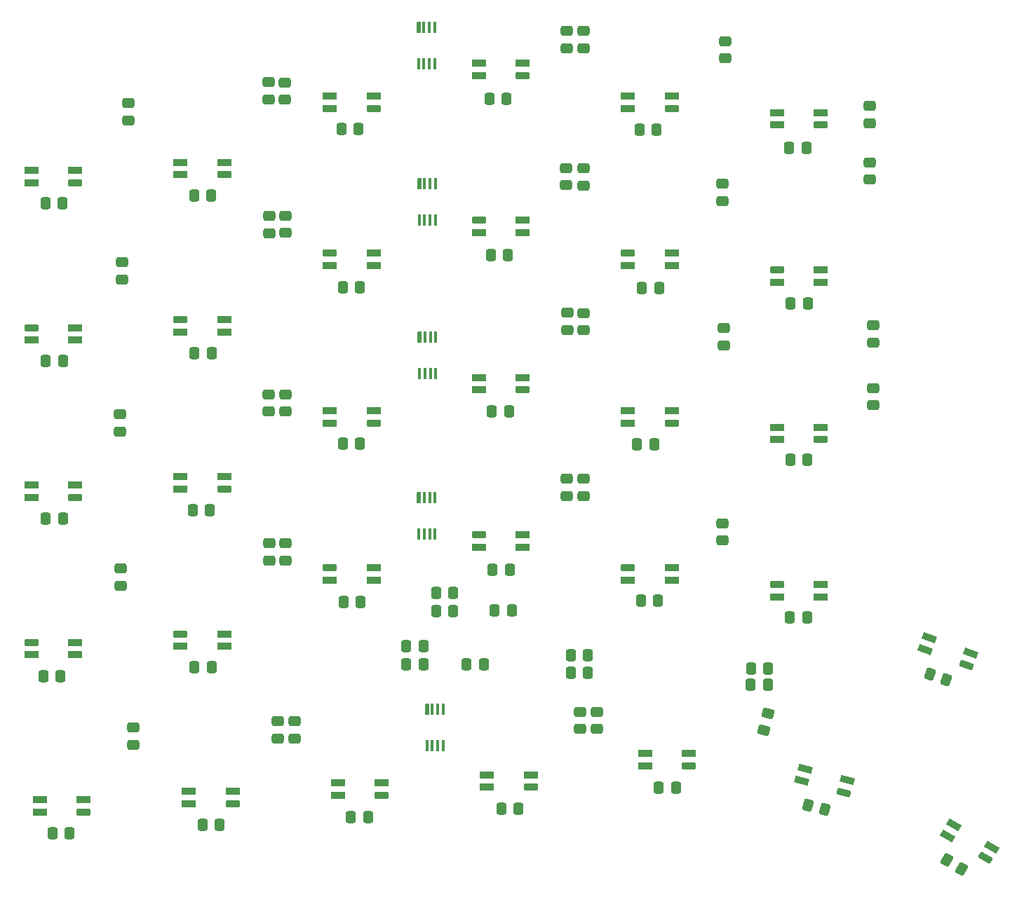
<source format=gbr>
%TF.GenerationSoftware,KiCad,Pcbnew,(6.0.0)*%
%TF.CreationDate,2022-02-08T17:16:42+09:00*%
%TF.ProjectId,brimstone2,6272696d-7374-46f6-9e65-322e6b696361,rev?*%
%TF.SameCoordinates,Original*%
%TF.FileFunction,Paste,Bot*%
%TF.FilePolarity,Positive*%
%FSLAX46Y46*%
G04 Gerber Fmt 4.6, Leading zero omitted, Abs format (unit mm)*
G04 Created by KiCad (PCBNEW (6.0.0)) date 2022-02-08 17:16:42*
%MOMM*%
%LPD*%
G01*
G04 APERTURE LIST*
G04 Aperture macros list*
%AMRoundRect*
0 Rectangle with rounded corners*
0 $1 Rounding radius*
0 $2 $3 $4 $5 $6 $7 $8 $9 X,Y pos of 4 corners*
0 Add a 4 corners polygon primitive as box body*
4,1,4,$2,$3,$4,$5,$6,$7,$8,$9,$2,$3,0*
0 Add four circle primitives for the rounded corners*
1,1,$1+$1,$2,$3*
1,1,$1+$1,$4,$5*
1,1,$1+$1,$6,$7*
1,1,$1+$1,$8,$9*
0 Add four rect primitives between the rounded corners*
20,1,$1+$1,$2,$3,$4,$5,0*
20,1,$1+$1,$4,$5,$6,$7,0*
20,1,$1+$1,$6,$7,$8,$9,0*
20,1,$1+$1,$8,$9,$2,$3,0*%
%AMRotRect*
0 Rectangle, with rotation*
0 The origin of the aperture is its center*
0 $1 length*
0 $2 width*
0 $3 Rotation angle, in degrees counterclockwise*
0 Add horizontal line*
21,1,$1,$2,0,0,$3*%
%AMOutline5P*
0 Free polygon, 5 corners , with rotation*
0 The origin of the aperture is its center*
0 number of corners: always 5*
0 $1 to $10 corner X, Y*
0 $11 Rotation angle, in degrees counterclockwise*
0 create outline with 5 corners*
4,1,5,$1,$2,$3,$4,$5,$6,$7,$8,$9,$10,$1,$2,$11*%
%AMOutline6P*
0 Free polygon, 6 corners , with rotation*
0 The origin of the aperture is its center*
0 number of corners: always 6*
0 $1 to $12 corner X, Y*
0 $13 Rotation angle, in degrees counterclockwise*
0 create outline with 6 corners*
4,1,6,$1,$2,$3,$4,$5,$6,$7,$8,$9,$10,$11,$12,$1,$2,$13*%
%AMOutline7P*
0 Free polygon, 7 corners , with rotation*
0 The origin of the aperture is its center*
0 number of corners: always 7*
0 $1 to $14 corner X, Y*
0 $15 Rotation angle, in degrees counterclockwise*
0 create outline with 7 corners*
4,1,7,$1,$2,$3,$4,$5,$6,$7,$8,$9,$10,$11,$12,$13,$14,$1,$2,$15*%
%AMOutline8P*
0 Free polygon, 8 corners , with rotation*
0 The origin of the aperture is its center*
0 number of corners: always 8*
0 $1 to $16 corner X, Y*
0 $17 Rotation angle, in degrees counterclockwise*
0 create outline with 8 corners*
4,1,8,$1,$2,$3,$4,$5,$6,$7,$8,$9,$10,$11,$12,$13,$14,$15,$16,$1,$2,$17*%
G04 Aperture macros list end*
%ADD10RoundRect,0.250000X0.475000X-0.337500X0.475000X0.337500X-0.475000X0.337500X-0.475000X-0.337500X0*%
%ADD11RoundRect,0.250000X0.337500X0.475000X-0.337500X0.475000X-0.337500X-0.475000X0.337500X-0.475000X0*%
%ADD12RoundRect,0.250000X-0.479606X-0.330922X0.154687X-0.561786X0.479606X0.330922X-0.154687X0.561786X0*%
%ADD13R,1.700000X0.820000*%
%ADD14RoundRect,0.205000X-0.645000X-0.205000X0.645000X-0.205000X0.645000X0.205000X-0.645000X0.205000X0*%
%ADD15RoundRect,0.250000X-0.337500X-0.475000X0.337500X-0.475000X0.337500X0.475000X-0.337500X0.475000X0*%
%ADD16RoundRect,0.205000X0.645000X0.205000X-0.645000X0.205000X-0.645000X-0.205000X0.645000X-0.205000X0*%
%ADD17RotRect,1.700000X0.820000X340.000000*%
%ADD18RoundRect,0.205000X-0.676216X0.027966X0.535988X-0.413240X0.676216X-0.027966X-0.535988X0.413240X0*%
%ADD19Outline5P,-0.225000X0.610000X-0.135000X0.700000X0.225000X0.700000X0.225000X-0.700000X-0.225000X-0.700000X0.000000*%
%ADD20R,0.450000X1.400000*%
%ADD21RoundRect,0.250000X0.371463X-0.448939X0.546166X0.203061X-0.371463X0.448939X-0.546166X-0.203061X0*%
%ADD22RoundRect,0.250000X-0.448939X-0.371463X0.203061X-0.546166X0.448939X0.371463X-0.203061X0.546166X0*%
%ADD23RoundRect,0.250000X-0.529784X-0.242612X0.054784X-0.580112X0.529784X0.242612X-0.054784X0.580112X0*%
%ADD24RotRect,1.700000X0.820000X345.000000*%
%ADD25RoundRect,0.205000X-0.676080X-0.031077X0.569964X-0.364953X0.676080X0.031077X-0.569964X0.364953X0*%
%ADD26RoundRect,0.250000X-0.475000X0.337500X-0.475000X-0.337500X0.475000X-0.337500X0.475000X0.337500X0*%
%ADD27RotRect,1.700000X0.820000X330.000000*%
%ADD28RoundRect,0.205000X-0.661086X0.144965X0.456086X-0.500035X0.661086X-0.144965X-0.456086X0.500035X0*%
G04 APERTURE END LIST*
D10*
%TO.C,D12*%
X72600000Y-79982500D03*
X72600000Y-77907500D03*
%TD*%
D11*
%TO.C,C114*%
X81647500Y-124535000D03*
X79572500Y-124535000D03*
%TD*%
%TO.C,C127*%
X135647500Y-88485000D03*
X133572500Y-88485000D03*
%TD*%
D12*
%TO.C,C132*%
X150355069Y-133270154D03*
X152304931Y-133979846D03*
%TD*%
D10*
%TO.C,D23*%
X108540000Y-91732500D03*
X108540000Y-89657500D03*
%TD*%
D13*
%TO.C,D123*%
X113905600Y-101435600D03*
X113905600Y-102935600D03*
D14*
X119205600Y-102935600D03*
D13*
X119205600Y-101435600D03*
%TD*%
D15*
%TO.C,C121*%
X115302500Y-67455000D03*
X117377500Y-67455000D03*
%TD*%
D11*
%TO.C,C107*%
X63677500Y-94465000D03*
X61602500Y-94465000D03*
%TD*%
D13*
%TO.C,D109*%
X65205600Y-129935600D03*
X65205600Y-128435600D03*
D16*
X59905600Y-128435600D03*
D13*
X59905600Y-129935600D03*
%TD*%
%TO.C,D108*%
X59905600Y-109435600D03*
X59905600Y-110935600D03*
D14*
X65205600Y-110935600D03*
D13*
X65205600Y-109435600D03*
%TD*%
D10*
%TO.C,D29*%
X125340000Y-117132500D03*
X125340000Y-115057500D03*
%TD*%
D11*
%TO.C,D33*%
X89227500Y-132115000D03*
X87152500Y-132115000D03*
%TD*%
D17*
%TO.C,D44*%
X150274048Y-128919298D03*
X149761017Y-130328837D03*
D18*
X154741388Y-132141544D03*
D17*
X155254419Y-130732005D03*
%TD*%
D10*
%TO.C,D10*%
X71650000Y-141052500D03*
X71650000Y-138977500D03*
%TD*%
%TO.C,D1*%
X53580000Y-66352500D03*
X53580000Y-64277500D03*
%TD*%
D19*
%TO.C,IC2*%
X88715000Y-74015000D03*
D20*
X89365000Y-74015000D03*
X90015000Y-74015000D03*
X90665000Y-74015000D03*
X90665000Y-78415000D03*
X90015000Y-78415000D03*
X89365000Y-78415000D03*
X88715000Y-78415000D03*
%TD*%
D13*
%TO.C,D112*%
X83205600Y-83935600D03*
X83205600Y-82435600D03*
D16*
X77905600Y-82435600D03*
D13*
X77905600Y-83935600D03*
%TD*%
%TO.C,D117*%
X101205600Y-79935600D03*
X101205600Y-78435600D03*
D16*
X95905600Y-78435600D03*
D13*
X95905600Y-79935600D03*
%TD*%
%TO.C,D116*%
X95905600Y-59435600D03*
X95905600Y-60935600D03*
D14*
X101205600Y-60935600D03*
D13*
X101205600Y-59435600D03*
%TD*%
%TO.C,D125*%
X115990684Y-142883625D03*
X115990684Y-144383625D03*
D14*
X121290684Y-144383625D03*
D13*
X121290684Y-142883625D03*
%TD*%
D10*
%TO.C,D18*%
X106570000Y-91672500D03*
X106570000Y-89597500D03*
%TD*%
%TO.C,D11*%
X72510000Y-63862500D03*
X72510000Y-61787500D03*
%TD*%
D11*
%TO.C,D35*%
X89227500Y-129905000D03*
X87152500Y-129905000D03*
%TD*%
D15*
%TO.C,C113*%
X79495000Y-105445000D03*
X81570000Y-105445000D03*
%TD*%
%TO.C,C106*%
X61552500Y-75485000D03*
X63627500Y-75485000D03*
%TD*%
D10*
%TO.C,D16*%
X106540000Y-57642500D03*
X106540000Y-55567500D03*
%TD*%
D15*
%TO.C,C123*%
X115005000Y-105545000D03*
X117080000Y-105545000D03*
%TD*%
D10*
%TO.C,D14*%
X72560000Y-119522500D03*
X72560000Y-117447500D03*
%TD*%
D13*
%TO.C,D102*%
X47205600Y-92935600D03*
X47205600Y-91435600D03*
D16*
X41905600Y-91435600D03*
D13*
X41905600Y-92935600D03*
%TD*%
D10*
%TO.C,D3*%
X52610000Y-103952500D03*
X52610000Y-101877500D03*
%TD*%
D13*
%TO.C,D126*%
X131905600Y-65435600D03*
X131905600Y-66935600D03*
D14*
X137205600Y-66935600D03*
D13*
X137205600Y-65435600D03*
%TD*%
D11*
%TO.C,D40*%
X130827500Y-132595000D03*
X128752500Y-132595000D03*
%TD*%
D10*
%TO.C,D24*%
X108550000Y-111762500D03*
X108550000Y-109687500D03*
%TD*%
D13*
%TO.C,D118*%
X95905600Y-97435600D03*
X95905600Y-98935600D03*
D14*
X101205600Y-98935600D03*
D13*
X101205600Y-97435600D03*
%TD*%
D10*
%TO.C,R1*%
X143140000Y-66695000D03*
X143140000Y-64620000D03*
%TD*%
D15*
%TO.C,C108*%
X61365000Y-113485000D03*
X63440000Y-113485000D03*
%TD*%
D21*
%TO.C,D30*%
X130300000Y-140025000D03*
X130837050Y-138020704D03*
%TD*%
D13*
%TO.C,D129*%
X137205600Y-123935600D03*
X137205600Y-122435600D03*
D16*
X131905600Y-122435600D03*
D13*
X131905600Y-123935600D03*
%TD*%
D10*
%TO.C,D2*%
X52860000Y-85582500D03*
X52860000Y-83507500D03*
%TD*%
%TO.C,D15*%
X73640000Y-141052500D03*
X73640000Y-138977500D03*
%TD*%
%TO.C,D17*%
X106460000Y-74212500D03*
X106460000Y-72137500D03*
%TD*%
D11*
%TO.C,C119*%
X99657500Y-120655000D03*
X97582500Y-120655000D03*
%TD*%
D10*
%TO.C,D7*%
X70630000Y-79992500D03*
X70630000Y-77917500D03*
%TD*%
D11*
%TO.C,C104*%
X45407500Y-133555000D03*
X43332500Y-133555000D03*
%TD*%
%TO.C,D32*%
X109067500Y-133105000D03*
X106992500Y-133105000D03*
%TD*%
D13*
%TO.C,D110*%
X60905600Y-147435600D03*
X60905600Y-148935600D03*
D14*
X66205600Y-148935600D03*
D13*
X66205600Y-147435600D03*
%TD*%
D10*
%TO.C,D13*%
X72540000Y-101552500D03*
X72540000Y-99477500D03*
%TD*%
D13*
%TO.C,D114*%
X83205600Y-121935600D03*
X83205600Y-120435600D03*
D16*
X77905600Y-120435600D03*
D13*
X77905600Y-121935600D03*
%TD*%
D15*
%TO.C,C125*%
X117632500Y-146965000D03*
X119707500Y-146965000D03*
%TD*%
D13*
%TO.C,D113*%
X77905600Y-101435600D03*
X77905600Y-102935600D03*
D14*
X83205600Y-102935600D03*
D13*
X83205600Y-101435600D03*
%TD*%
%TO.C,D119*%
X101205600Y-117935600D03*
X101205600Y-116435600D03*
D16*
X95905600Y-116435600D03*
D13*
X95905600Y-117935600D03*
%TD*%
%TO.C,D128*%
X131905600Y-103435600D03*
X131905600Y-104935600D03*
D14*
X137205600Y-104935600D03*
D13*
X137205600Y-103435600D03*
%TD*%
D22*
%TO.C,C130*%
X135687852Y-149096475D03*
X137692148Y-149633525D03*
%TD*%
D13*
%TO.C,D115*%
X78905600Y-146435600D03*
X78905600Y-147935600D03*
D14*
X84205600Y-147935600D03*
D13*
X84205600Y-146435600D03*
%TD*%
D15*
%TO.C,C120*%
X98622500Y-149575000D03*
X100697500Y-149575000D03*
%TD*%
D10*
%TO.C,D6*%
X70540000Y-63852500D03*
X70540000Y-61777500D03*
%TD*%
D13*
%TO.C,D104*%
X47205600Y-130935600D03*
X47205600Y-129435600D03*
D16*
X41905600Y-129435600D03*
D13*
X41905600Y-130935600D03*
%TD*%
D19*
%TO.C,IC5*%
X89657391Y-137553820D03*
D20*
X90307391Y-137553820D03*
X90957391Y-137553820D03*
X91607391Y-137553820D03*
X91607391Y-141953820D03*
X90957391Y-141953820D03*
X90307391Y-141953820D03*
X89657391Y-141953820D03*
%TD*%
D15*
%TO.C,C111*%
X79342500Y-67445000D03*
X81417500Y-67445000D03*
%TD*%
D10*
%TO.C,D26*%
X125650000Y-58872500D03*
X125650000Y-56797500D03*
%TD*%
D13*
%TO.C,D120*%
X96905600Y-145435600D03*
X96905600Y-146935600D03*
D14*
X102205600Y-146935600D03*
D13*
X102205600Y-145435600D03*
%TD*%
D11*
%TO.C,C109*%
X63660000Y-132405000D03*
X61585000Y-132405000D03*
%TD*%
%TO.C,C122*%
X117657500Y-86595000D03*
X115582500Y-86595000D03*
%TD*%
D15*
%TO.C,C115*%
X80472500Y-150565000D03*
X82547500Y-150565000D03*
%TD*%
D11*
%TO.C,D38*%
X109067500Y-130995000D03*
X106992500Y-130995000D03*
%TD*%
D10*
%TO.C,D27*%
X125330000Y-76122500D03*
X125330000Y-74047500D03*
%TD*%
D11*
%TO.C,C129*%
X135537500Y-126445000D03*
X133462500Y-126445000D03*
%TD*%
D10*
%TO.C,D4*%
X52640000Y-122602500D03*
X52640000Y-120527500D03*
%TD*%
D23*
%TO.C,C131*%
X152431499Y-155756250D03*
X154228501Y-156793750D03*
%TD*%
D15*
%TO.C,C101*%
X43612500Y-76365000D03*
X45687500Y-76365000D03*
%TD*%
D13*
%TO.C,D105*%
X42905600Y-148435600D03*
X42905600Y-149935600D03*
D14*
X48205600Y-149935600D03*
D13*
X48205600Y-148435600D03*
%TD*%
D10*
%TO.C,D5*%
X54170000Y-141792500D03*
X54170000Y-139717500D03*
%TD*%
D15*
%TO.C,C116*%
X97172500Y-63805000D03*
X99247500Y-63805000D03*
%TD*%
D13*
%TO.C,D121*%
X113905600Y-63435600D03*
X113905600Y-64935600D03*
D14*
X119205600Y-64935600D03*
D13*
X119205600Y-63435600D03*
%TD*%
D10*
%TO.C,D45*%
X143480000Y-93202500D03*
X143480000Y-91127500D03*
%TD*%
%TO.C,D22*%
X108560000Y-74262500D03*
X108560000Y-72187500D03*
%TD*%
D19*
%TO.C,IC3*%
X88775000Y-92545000D03*
D20*
X89425000Y-92545000D03*
X90075000Y-92545000D03*
X90725000Y-92545000D03*
X90725000Y-96945000D03*
X90075000Y-96945000D03*
X89425000Y-96945000D03*
X88775000Y-96945000D03*
%TD*%
D11*
%TO.C,C112*%
X81587500Y-86555000D03*
X79512500Y-86555000D03*
%TD*%
%TO.C,C124*%
X117570000Y-124355000D03*
X115495000Y-124355000D03*
%TD*%
D24*
%TO.C,D130*%
X135269946Y-144731402D03*
X134881717Y-146180291D03*
D25*
X140001124Y-147552032D03*
D24*
X140389353Y-146103143D03*
%TD*%
D15*
%TO.C,C118*%
X97472500Y-101535000D03*
X99547500Y-101535000D03*
%TD*%
D13*
%TO.C,D124*%
X119205600Y-121935600D03*
X119205600Y-120435600D03*
D16*
X113905600Y-120435600D03*
D13*
X113905600Y-121935600D03*
%TD*%
D15*
%TO.C,C103*%
X43652500Y-114455000D03*
X45727500Y-114455000D03*
%TD*%
D10*
%TO.C,D9*%
X70600000Y-119522500D03*
X70600000Y-117447500D03*
%TD*%
D15*
%TO.C,C105*%
X44422500Y-152505000D03*
X46497500Y-152505000D03*
%TD*%
D26*
%TO.C,R2*%
X143140000Y-71437500D03*
X143140000Y-73512500D03*
%TD*%
D13*
%TO.C,D127*%
X137205600Y-85935600D03*
X137205600Y-84435600D03*
D16*
X131905600Y-84435600D03*
D13*
X131905600Y-85935600D03*
%TD*%
D10*
%TO.C,D21*%
X108580000Y-57642500D03*
X108580000Y-55567500D03*
%TD*%
D11*
%TO.C,D39*%
X92817500Y-123495000D03*
X90742500Y-123495000D03*
%TD*%
D15*
%TO.C,C110*%
X62542500Y-151485000D03*
X64617500Y-151485000D03*
%TD*%
D10*
%TO.C,D25*%
X110140000Y-139912500D03*
X110140000Y-137837500D03*
%TD*%
D13*
%TO.C,D122*%
X119205600Y-83935600D03*
X119205600Y-82435600D03*
D16*
X113905600Y-82435600D03*
D13*
X113905600Y-83935600D03*
%TD*%
D10*
%TO.C,D20*%
X108090000Y-139900000D03*
X108090000Y-137825000D03*
%TD*%
D19*
%TO.C,IC1*%
X88640000Y-55119632D03*
D20*
X89290000Y-55119632D03*
X89940000Y-55119632D03*
X90590000Y-55119632D03*
X90590000Y-59519632D03*
X89940000Y-59519632D03*
X89290000Y-59519632D03*
X88640000Y-59519632D03*
%TD*%
D13*
%TO.C,D107*%
X65205600Y-91935600D03*
X65205600Y-90435600D03*
D16*
X59905600Y-90435600D03*
D13*
X59905600Y-91935600D03*
%TD*%
D11*
%TO.C,C102*%
X45727500Y-95395000D03*
X43652500Y-95395000D03*
%TD*%
D13*
%TO.C,D103*%
X41905600Y-110435600D03*
X41905600Y-111935600D03*
D14*
X47205600Y-111935600D03*
D13*
X47205600Y-110435600D03*
%TD*%
D10*
%TO.C,D19*%
X106520000Y-111762500D03*
X106520000Y-109687500D03*
%TD*%
%TO.C,D46*%
X143530000Y-100792500D03*
X143530000Y-98717500D03*
%TD*%
D13*
%TO.C,D111*%
X77905600Y-63435600D03*
X77905600Y-64935600D03*
D14*
X83205600Y-64935600D03*
D13*
X83205600Y-63435600D03*
%TD*%
D10*
%TO.C,D28*%
X125450000Y-93562500D03*
X125450000Y-91487500D03*
%TD*%
D13*
%TO.C,D101*%
X41905600Y-72435600D03*
X41905600Y-73935600D03*
D14*
X47205600Y-73935600D03*
D13*
X47205600Y-72435600D03*
%TD*%
D10*
%TO.C,D8*%
X70580000Y-101532500D03*
X70580000Y-99457500D03*
%TD*%
D11*
%TO.C,D41*%
X92817500Y-125695000D03*
X90742500Y-125695000D03*
%TD*%
D13*
%TO.C,D106*%
X59905600Y-71435600D03*
X59905600Y-72935600D03*
D14*
X65205600Y-72935600D03*
D13*
X65205600Y-71435600D03*
%TD*%
D19*
%TO.C,IC4*%
X88670000Y-111915402D03*
D20*
X89320000Y-111915402D03*
X89970000Y-111915402D03*
X90620000Y-111915402D03*
X90620000Y-116315402D03*
X89970000Y-116315402D03*
X89320000Y-116315402D03*
X88670000Y-116315402D03*
%TD*%
D27*
%TO.C,D43*%
X153266222Y-151519545D03*
X152516222Y-152818583D03*
D28*
X157106156Y-155468583D03*
D27*
X157856156Y-154169545D03*
%TD*%
D15*
%TO.C,C128*%
X133502500Y-107405000D03*
X135577500Y-107405000D03*
%TD*%
D11*
%TO.C,C117*%
X99417500Y-82655000D03*
X97342500Y-82655000D03*
%TD*%
D15*
%TO.C,C126*%
X133402500Y-69665000D03*
X135477500Y-69665000D03*
%TD*%
D11*
%TO.C,D34*%
X130817500Y-134575000D03*
X128742500Y-134575000D03*
%TD*%
%TO.C,D37*%
X99887500Y-125605000D03*
X97812500Y-125605000D03*
%TD*%
%TO.C,D31*%
X96517500Y-132085000D03*
X94442500Y-132085000D03*
%TD*%
M02*

</source>
